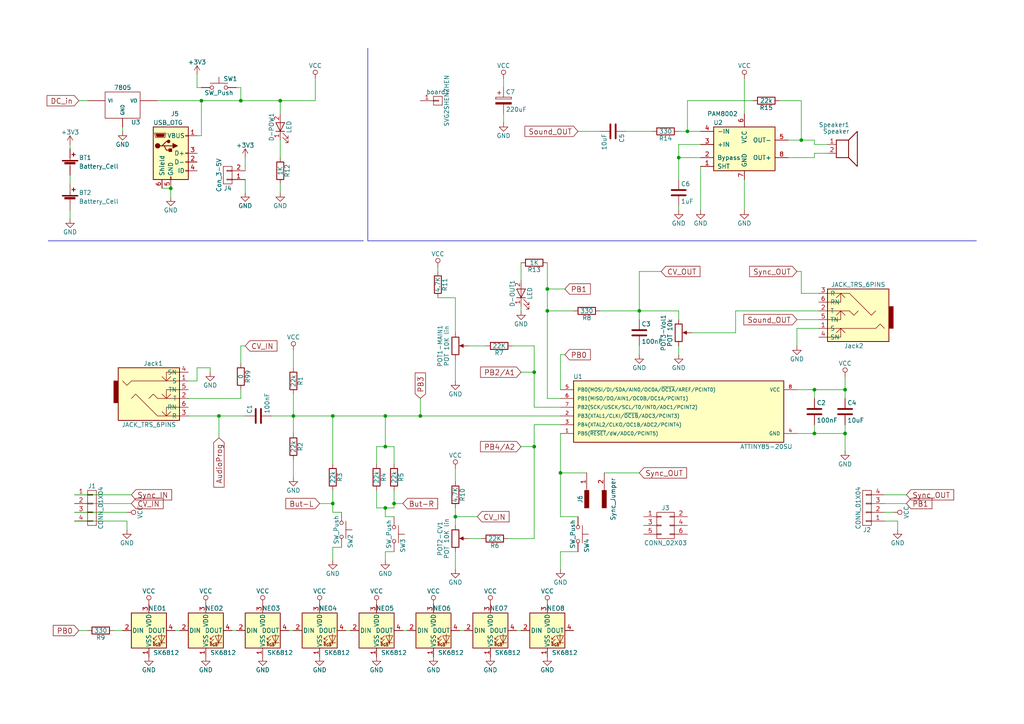
<source format=kicad_sch>
(kicad_sch (version 20230121) (generator eeschema)
  (paper "A4")
  (lib_symbols
    (symbol "MixtapeNEO-3000-rescue:+3V3" (power) (pin_names (offset 0))
      (property "Value" "+3V3" (at 0 3.556 0))
      (symbol "+3V3_1_1"
        (pin power_in line (at 0 0 90) (length 0) hide (name "+3V3") (number "1"))
      )
    )
    (symbol "MixtapeNEO-3000-rescue:7805" (pin_numbers hide) (pin_names (offset 0.762))
      (property "Reference" "U" (at 3.81 -4.9784 0))
      (property "Value" "7805" (at 0 5.08 0))
      (symbol "7805_1_1"
        (pin input line (at 0 -6.35 90) (length 2.54) (name "GND") (number "GND"))
        (pin input line (at -10.16 1.27 0) (length 5.08) (name "VI") (number "VI"))
        (pin power_out line (at 10.16 1.27 180) (length 5.08) (name "VO") (number "VO"))
      )
    )
    (symbol "MixtapeNEO-3000-rescue:ATTINY85-20SU" (pin_names (offset 1.016))
      (property "Reference" "U" (at -29.21 10.16 0))
      (property "Value" "ATTINY85-20SU" (at 25.4 -10.16 0))
      (symbol "ATTINY85-20SU_1_1"
        (pin bidirectional line (at -34.29 -6.35 0) (length 3.81) (name "PB5(~{RESET}/dW/ADC0/PCINT5)") (number "1"))
        (pin bidirectional line (at -34.29 -1.27 0) (length 3.81) (name "PB3(XTAL1/CLKI/~{OC1B}/ADC3/PCINT3)") (number "2"))
        (pin bidirectional line (at -34.29 -3.81 0) (length 3.81) (name "PB4(XTAL2/CLKO/OC1B/ADC2/PCINT4)") (number "3"))
        (pin power_in line (at 34.29 -6.35 180) (length 3.81) (name "GND") (number "4"))
        (pin bidirectional line (at -34.29 6.35 0) (length 3.81) (name "PB0(MOSI/DI/SDA/AIN0/OC0A/~{OC1A}/AREF/PCINT0)") (number "5"))
        (pin bidirectional line (at -34.29 3.81 0) (length 3.81) (name "PB1(MISO/DO/AIN1/OC0B/OC1A/PCINT1)") (number "6"))
        (pin bidirectional line (at -34.29 1.27 0) (length 3.81) (name "PB2(SCK/USCK/SCL/T0/INT0/ADC1/PCINT2)") (number "7"))
        (pin power_in line (at 34.29 6.35 180) (length 3.81) (name "VCC") (number "8"))
      )
    )
    (symbol "MixtapeNEO-3000-rescue:Battery_Cell" (pin_numbers hide) (pin_names (offset 0) hide)
      (property "Reference" "BT" (at 2.54 2.54 0))
      (property "Value" "Battery_Cell" (at 2.54 0 0))
      (symbol "Battery_Cell_1_1"
        (pin passive line (at 0 5.08 270) (length 2.54) (name "+") (number "1"))
        (pin passive line (at 0 -2.54 90) (length 2.54) (name "-") (number "2"))
      )
    )
    (symbol "MixtapeNEO-3000-rescue:C" (pin_numbers hide) (pin_names (offset 0.254))
      (property "Reference" "C" (at 0.635 2.54 0))
      (property "Value" "C" (at 0.635 -2.54 0))
      (symbol "C_1_1"
        (pin passive line (at 0 3.81 270) (length 2.794) (name "~") (number "1"))
        (pin passive line (at 0 -3.81 90) (length 2.794) (name "~") (number "2"))
      )
    )
    (symbol "MixtapeNEO-3000-rescue:CONN_01X01" (pin_names (offset 1.016) hide)
      (property "Reference" "J" (at 0 2.54 0))
      (property "Value" "CONN_01X01" (at 2.54 0 90))
      (symbol "CONN_01X01_1_1"
        (pin passive line (at -5.08 0 0) (length 3.81) (name "P1") (number "1"))
      )
    )
    (symbol "MixtapeNEO-3000-rescue:CONN_01X02" (pin_names (offset 1.016) hide)
      (property "Reference" "J" (at 0 3.81 0))
      (property "Value" "CONN_01X02" (at 2.54 0 90))
      (symbol "CONN_01X02_1_1"
        (pin passive line (at -5.08 1.27 0) (length 3.81) (name "P1") (number "1"))
        (pin passive line (at -5.08 -1.27 0) (length 3.81) (name "P2") (number "2"))
      )
    )
    (symbol "MixtapeNEO-3000-rescue:CONN_01X02_MALE" (pin_names (offset 1.016) hide)
      (property "Reference" "J" (at 0 4.445 0))
      (property "Value" "CONN_01X02_MALE" (at 0 -5.08 0))
      (symbol "CONN_01X02_MALE_1_1"
        (pin passive line (at 7.62 2.54 180) (length 5.08) (name "1") (number "1"))
        (pin passive line (at 7.62 -2.54 180) (length 5.08) (name "2") (number "2"))
      )
    )
    (symbol "MixtapeNEO-3000-rescue:CONN_01X04" (pin_names (offset 1.016) hide)
      (property "Reference" "J" (at 0 6.35 0))
      (property "Value" "CONN_01X04" (at 2.54 0 90))
      (symbol "CONN_01X04_1_1"
        (pin passive line (at -5.08 3.81 0) (length 3.81) (name "P1") (number "1"))
        (pin passive line (at -5.08 1.27 0) (length 3.81) (name "P2") (number "2"))
        (pin passive line (at -5.08 -1.27 0) (length 3.81) (name "P3") (number "3"))
        (pin passive line (at -5.08 -3.81 0) (length 3.81) (name "P4") (number "4"))
      )
    )
    (symbol "MixtapeNEO-3000-rescue:CONN_02X03" (pin_names (offset 0.0254) hide)
      (property "Reference" "J" (at 0 5.08 0))
      (property "Value" "CONN_02X03" (at 0 -5.08 0))
      (symbol "CONN_02X03_1_1"
        (pin passive line (at -6.35 2.54 0) (length 3.81) (name "P1") (number "1"))
        (pin passive line (at 6.35 2.54 180) (length 3.81) (name "P2") (number "2"))
        (pin passive line (at -6.35 0 0) (length 3.81) (name "P3") (number "3"))
        (pin passive line (at 6.35 0 180) (length 3.81) (name "P4") (number "4"))
        (pin passive line (at -6.35 -2.54 0) (length 3.81) (name "P5") (number "5"))
        (pin passive line (at 6.35 -2.54 180) (length 3.81) (name "P6") (number "6"))
      )
    )
    (symbol "MixtapeNEO-3000-rescue:CP" (pin_numbers hide) (pin_names (offset 0.254))
      (property "Reference" "C" (at 0.635 2.54 0))
      (property "Value" "CP" (at 0.635 -2.54 0))
      (symbol "CP_1_1"
        (pin passive line (at 0 3.81 270) (length 2.794) (name "~") (number "1"))
        (pin passive line (at 0 -3.81 90) (length 2.794) (name "~") (number "2"))
      )
    )
    (symbol "MixtapeNEO-3000-rescue:GND" (power) (pin_names (offset 0))
      (property "Value" "GND" (at 0 -3.81 0))
      (symbol "GND_1_1"
        (pin power_in line (at 0 0 270) (length 0) hide (name "GND") (number "1"))
      )
    )
    (symbol "MixtapeNEO-3000-rescue:JACK_TRS_6PINS" (pin_names (offset 0.762))
      (property "Reference" "J" (at 0 10.16 0))
      (property "Value" "JACK_TRS_6PINS" (at -1.27 -7.62 0))
      (symbol "JACK_TRS_6PINS_1_1"
        (pin passive line (at 10.16 5.08 180) (length 2.54) (name "S") (number "1"))
        (pin passive line (at 10.16 0 180) (length 2.54) (name "T") (number "2"))
        (pin passive line (at 10.16 -5.08 180) (length 2.54) (name "R") (number "3"))
        (pin passive line (at 10.16 7.62 180) (length 2.54) (name "SN") (number "4"))
        (pin passive line (at 10.16 2.54 180) (length 2.54) (name "TN") (number "5"))
        (pin passive line (at 10.16 -2.54 180) (length 2.54) (name "RN") (number "6"))
      )
    )
    (symbol "MixtapeNEO-3000-rescue:LED" (pin_names (offset 1.016) hide)
      (property "Reference" "D" (at 0 2.54 0))
      (property "Value" "LED" (at 0 -2.54 0))
      (symbol "LED_1_1"
        (pin passive line (at -3.81 0 0) (length 2.54) (name "K") (number "1"))
        (pin passive line (at 3.81 0 180) (length 2.54) (name "A") (number "2"))
      )
    )
    (symbol "MixtapeNEO-3000-rescue:PAM8002" (pin_names (offset 1.016))
      (property "Reference" "U" (at -7.62 7.62 0))
      (property "Value" "PAM8002" (at -6.35 10.16 0))
      (symbol "PAM8002_1_1"
        (pin passive line (at -12.7 -5.08 0) (length 3.81) (name "SHT") (number "1"))
        (pin input line (at -12.7 -2.54 0) (length 3.81) (name "Bypass") (number "2"))
        (pin input line (at -12.7 1.27 0) (length 3.81) (name "+IN") (number "3"))
        (pin input line (at -12.7 5.08 0) (length 3.81) (name "-IN") (number "4"))
        (pin output line (at 12.7 2.54 180) (length 3.81) (name "OUT-") (number "5"))
        (pin power_in line (at 0 10.16 270) (length 3.81) (name "VCC") (number "6"))
        (pin power_in line (at 0 -8.89 90) (length 2.54) (name "GND") (number "7"))
        (pin output line (at 12.7 -2.54 180) (length 3.81) (name "OUT+") (number "8"))
      )
    )
    (symbol "MixtapeNEO-3000-rescue:POT" (pin_numbers hide) (pin_names (offset 1.016) hide)
      (property "Reference" "RV" (at -4.445 0 90))
      (property "Value" "POT" (at -2.54 0 90))
      (symbol "POT_1_1"
        (pin passive line (at 0 3.81 270) (length 1.27) (name "1") (number "1"))
        (pin passive line (at 3.81 0 180) (length 1.27) (name "2") (number "2"))
        (pin passive line (at 0 -3.81 90) (length 1.27) (name "3") (number "3"))
      )
    )
    (symbol "MixtapeNEO-3000-rescue:R" (pin_numbers hide) (pin_names (offset 0))
      (property "Reference" "R" (at 2.032 0 90))
      (property "Value" "R" (at 0 0 90))
      (symbol "R_1_1"
        (pin passive line (at 0 3.81 270) (length 1.27) (name "~") (number "1"))
        (pin passive line (at 0 -3.81 90) (length 1.27) (name "~") (number "2"))
      )
    )
    (symbol "MixtapeNEO-3000-rescue:SK6812" (pin_names (offset 0.254))
      (property "Reference" "D" (at 5.08 5.715 0))
      (property "Value" "SK6812" (at 1.27 -5.715 0))
      (symbol "SK6812_0_0"
        (text "RGB" (at 2.286 -4.191 0) (effects (font (size 0.762 0.762))))
      )
      (symbol "SK6812_1_1"
        (pin power_in line (at 0 -7.62 90) (length 2.54) (name "VSS") (number "1"))
        (pin input line (at -7.62 0 0) (length 2.54) (name "DIN") (number "2"))
        (pin power_in line (at 0 7.62 270) (length 2.54) (name "VDD") (number "3"))
        (pin output line (at 7.62 0 180) (length 2.54) (name "DOUT") (number "4"))
      )
    )
    (symbol "MixtapeNEO-3000-rescue:SW_Push" (pin_numbers hide) (pin_names (offset 1.016) hide)
      (property "Reference" "SW" (at 1.27 2.54 0))
      (property "Value" "SW_Push" (at 0 -1.524 0))
      (symbol "SW_Push_0_1"
        (pin passive line (at -5.08 0 0) (length 2.54) (name "1") (number "1"))
        (pin passive line (at 5.08 0 180) (length 2.54) (name "2") (number "2"))
      )
    )
    (symbol "MixtapeNEO-3000-rescue:Speaker" (pin_names (offset 0) hide)
      (property "Reference" "LS" (at 1.27 5.715 0))
      (property "Value" "Speaker" (at 1.27 3.81 0))
      (symbol "Speaker_1_1"
        (pin input line (at -5.08 0 0) (length 2.54) (name "1") (number "1"))
        (pin input line (at -5.08 -2.54 0) (length 2.54) (name "2") (number "2"))
      )
    )
    (symbol "MixtapeNEO-3000-rescue:USB_OTG" (pin_names (offset 1.016))
      (property "Reference" "J" (at -5.08 11.43 0))
      (property "Value" "USB_OTG" (at -5.08 8.89 0))
      (symbol "USB_OTG_1_1"
        (pin power_in line (at 7.62 5.08 180) (length 2.54) (name "VBUS") (number "1"))
        (pin passive line (at 7.62 -2.54 180) (length 2.54) (name "D-") (number "2"))
        (pin passive line (at 7.62 0 180) (length 2.54) (name "D+") (number "3"))
        (pin passive line (at 7.62 -5.08 180) (length 2.54) (name "ID") (number "4"))
        (pin power_in line (at 0 -10.16 90) (length 2.54) (name "GND") (number "5"))
        (pin passive line (at -2.54 -10.16 90) (length 2.54) (name "Shield") (number "6"))
      )
    )
    (symbol "MixtapeNEO-3000-rescue:VCC" (power) (pin_names (offset 0))
      (property "Value" "VCC" (at 0 3.81 0))
      (symbol "VCC_1_1"
        (pin power_in line (at 0 0 90) (length 0) hide (name "VCC") (number "1"))
      )
    )
  )
  (junction (at 81.28 29.21))
  (junction (at 111.76 129.54))
  (junction (at 196.85 45.72))
  (junction (at 58.42 29.21))
  (junction (at 236.22 125.73))
  (junction (at 199.39 38.1))
  (junction (at 162.56 137.16))
  (junction (at 245.11 125.73))
  (junction (at 158.75 83.82))
  (junction (at 245.11 113.03))
  (junction (at 63.5 120.65))
  (junction (at 111.76 120.65))
  (junction (at 96.52 146.05))
  (junction (at 154.94 129.54))
  (junction (at 111.76 147.32))
  (junction (at 69.85 29.21))
  (junction (at 114.3 146.05))
  (junction (at 96.52 120.65))
  (junction (at 85.09 120.65))
  (junction (at 236.22 113.03))
  (junction (at 232.41 40.64))
  (junction (at 154.94 107.95))
  (junction (at 121.92 120.65))
  (junction (at 132.08 149.86))
  (junction (at 49.53 54.61))
  (junction (at 158.75 90.17))
  (junction (at 185.42 90.17))
  (wire (pts (xy 196.85 90.17) (xy 196.85 92.71)))
  (wire (pts (xy 189.23 38.1) (xy 181.61 38.1)))
  (wire (pts (xy 213.36 96.52) (xy 213.36 90.17)))
  (wire (pts (xy 57.15 110.49) (xy 57.15 106.68)))
  (wire (pts (xy 58.42 29.21) (xy 69.85 29.21)))
  (wire (pts (xy 111.76 149.86) (xy 114.3 149.86)))
  (wire (pts (xy 163.83 83.82) (xy 158.75 83.82)))
  (wire (pts (xy 151.13 182.88) (xy 149.86 182.88)))
  (wire (pts (xy 116.84 146.05) (xy 114.3 146.05)))
  (wire (pts (xy 109.22 142.24) (xy 109.22 147.32)))
  (wire (pts (xy 236.22 41.91) (xy 236.22 40.64)))
  (wire (pts (xy 185.42 78.74) (xy 191.77 78.74)))
  (wire (pts (xy 111.76 160.02) (xy 111.76 162.56)))
  (wire (pts (xy 69.85 29.21) (xy 81.28 29.21)))
  (wire (pts (xy 151.13 76.2) (xy 151.13 81.28)))
  (wire (pts (xy 121.92 120.65) (xy 162.56 120.65)))
  (wire (pts (xy 49.53 54.61) (xy 49.53 57.15)))
  (polyline (pts (xy 106.68 13.97) (xy 106.68 69.85)))
  (wire (pts (xy 111.76 147.32) (xy 114.3 147.32)))
  (wire (pts (xy 69.85 100.33) (xy 69.85 105.41)))
  (wire (pts (xy 127 77.47) (xy 127 78.74)))
  (wire (pts (xy 52.07 182.88) (xy 50.8 182.88)))
  (wire (pts (xy 154.94 156.21) (xy 147.32 156.21)))
  (wire (pts (xy 109.22 147.32) (xy 111.76 147.32)))
  (wire (pts (xy 151.13 107.95) (xy 154.94 107.95)))
  (wire (pts (xy 96.52 120.65) (xy 111.76 120.65)))
  (wire (pts (xy 92.71 146.05) (xy 96.52 146.05)))
  (wire (pts (xy 231.14 125.73) (xy 236.22 125.73)))
  (wire (pts (xy 21.59 143.51) (xy 38.1 143.51)))
  (wire (pts (xy 228.6 40.64) (xy 232.41 40.64)))
  (wire (pts (xy 54.61 110.49) (xy 57.15 110.49)))
  (wire (pts (xy 256.54 148.59) (xy 259.08 148.59)))
  (wire (pts (xy 162.56 149.86) (xy 167.64 149.86)))
  (wire (pts (xy 114.3 146.05) (xy 114.3 142.24)))
  (wire (pts (xy 228.6 45.72) (xy 236.22 45.72)))
  (wire (pts (xy 203.2 41.91) (xy 196.85 41.91)))
  (wire (pts (xy 132.08 149.86) (xy 132.08 152.4)))
  (wire (pts (xy 203.2 45.72) (xy 196.85 45.72)))
  (wire (pts (xy 240.03 41.91) (xy 236.22 41.91)))
  (wire (pts (xy 135.89 156.21) (xy 139.7 156.21)))
  (wire (pts (xy 54.61 120.65) (xy 63.5 120.65)))
  (wire (pts (xy 58.42 39.37) (xy 58.42 29.21)))
  (wire (pts (xy 154.94 123.19) (xy 162.56 123.19)))
  (wire (pts (xy 148.59 100.33) (xy 154.94 100.33)))
  (wire (pts (xy 85.09 120.65) (xy 96.52 120.65)))
  (wire (pts (xy 111.76 129.54) (xy 111.76 120.65)))
  (wire (pts (xy 236.22 113.03) (xy 245.11 113.03)))
  (wire (pts (xy 151.13 129.54) (xy 154.94 129.54)))
  (wire (pts (xy 162.56 160.02) (xy 162.56 165.1)))
  (wire (pts (xy 162.56 125.73) (xy 162.56 137.16)))
  (wire (pts (xy 134.62 182.88) (xy 133.35 182.88)))
  (wire (pts (xy 154.94 129.54) (xy 154.94 156.21)))
  (wire (pts (xy 162.56 137.16) (xy 170.18 137.16)))
  (wire (pts (xy 256.54 151.13) (xy 260.35 151.13)))
  (wire (pts (xy 57.15 106.68) (xy 60.96 106.68)))
  (wire (pts (xy 154.94 107.95) (xy 154.94 118.11)))
  (wire (pts (xy 232.41 29.21) (xy 232.41 40.64)))
  (wire (pts (xy 196.85 59.69) (xy 196.85 60.96)))
  (wire (pts (xy 101.6 182.88) (xy 100.33 182.88)))
  (wire (pts (xy 109.22 129.54) (xy 109.22 134.62)))
  (wire (pts (xy 245.11 123.19) (xy 245.11 125.73)))
  (wire (pts (xy 262.89 146.05) (xy 256.54 146.05)))
  (wire (pts (xy 35.56 182.88) (xy 33.02 182.88)))
  (wire (pts (xy 231.14 95.25) (xy 237.49 95.25)))
  (wire (pts (xy 262.89 143.51) (xy 256.54 143.51)))
  (wire (pts (xy 236.22 125.73) (xy 245.11 125.73)))
  (wire (pts (xy 21.59 146.05) (xy 38.1 146.05)))
  (wire (pts (xy 185.42 90.17) (xy 196.85 90.17)))
  (wire (pts (xy 232.41 40.64) (xy 236.22 40.64)))
  (wire (pts (xy 232.41 85.09) (xy 237.49 85.09)))
  (wire (pts (xy 81.28 29.21) (xy 81.28 33.02)))
  (wire (pts (xy 96.52 142.24) (xy 96.52 146.05)))
  (wire (pts (xy 96.52 158.75) (xy 96.52 162.56)))
  (wire (pts (xy 232.41 78.74) (xy 232.41 85.09)))
  (wire (pts (xy 60.96 106.68) (xy 60.96 107.95)))
  (wire (pts (xy 114.3 129.54) (xy 114.3 134.62)))
  (wire (pts (xy 22.86 29.21) (xy 25.4 29.21)))
  (wire (pts (xy 162.56 137.16) (xy 162.56 149.86)))
  (wire (pts (xy 231.14 113.03) (xy 236.22 113.03)))
  (wire (pts (xy 236.22 45.72) (xy 236.22 44.45)))
  (wire (pts (xy 245.11 125.73) (xy 245.11 130.81)))
  (wire (pts (xy 21.59 151.13) (xy 36.83 151.13)))
  (wire (pts (xy 260.35 151.13) (xy 260.35 153.67)))
  (wire (pts (xy 54.61 115.57) (xy 69.85 115.57)))
  (polyline (pts (xy 106.68 69.85) (xy 283.21 69.85)))
  (wire (pts (xy 154.94 100.33) (xy 154.94 107.95)))
  (wire (pts (xy 215.9 22.86) (xy 215.9 33.02)))
  (wire (pts (xy 22.86 182.88) (xy 25.4 182.88)))
  (wire (pts (xy 35.56 36.83) (xy 35.56 38.1)))
  (wire (pts (xy 218.44 29.21) (xy 199.39 29.21)))
  (wire (pts (xy 199.39 29.21) (xy 199.39 38.1)))
  (wire (pts (xy 20.32 41.91) (xy 20.32 43.18)))
  (wire (pts (xy 36.83 151.13) (xy 36.83 153.67)))
  (wire (pts (xy 20.32 50.8) (xy 20.32 53.34)))
  (wire (pts (xy 231.14 95.25) (xy 231.14 100.33)))
  (wire (pts (xy 158.75 90.17) (xy 166.37 90.17)))
  (wire (pts (xy 236.22 125.73) (xy 236.22 123.19)))
  (wire (pts (xy 111.76 129.54) (xy 114.3 129.54)))
  (wire (pts (xy 151.13 88.9) (xy 151.13 90.17)))
  (wire (pts (xy 49.53 54.61) (xy 46.99 54.61)))
  (wire (pts (xy 96.52 146.05) (xy 96.52 148.59)))
  (wire (pts (xy 85.09 120.65) (xy 85.09 125.73)))
  (wire (pts (xy 78.74 120.65) (xy 85.09 120.65)))
  (polyline (pts (xy 105.41 69.85) (xy 13.97 69.85)))
  (wire (pts (xy 132.08 135.89) (xy 132.08 139.7)))
  (wire (pts (xy 132.08 86.36) (xy 132.08 96.52)))
  (wire (pts (xy 237.49 92.71) (xy 231.14 92.71)))
  (wire (pts (xy 85.09 133.35) (xy 85.09 138.43)))
  (wire (pts (xy 135.89 100.33) (xy 140.97 100.33)))
  (wire (pts (xy 57.15 25.4) (xy 58.42 25.4)))
  (wire (pts (xy 71.12 100.33) (xy 69.85 100.33)))
  (wire (pts (xy 175.26 137.16) (xy 185.42 137.16)))
  (wire (pts (xy 121.92 115.57) (xy 121.92 120.65)))
  (wire (pts (xy 132.08 147.32) (xy 132.08 149.86)))
  (wire (pts (xy 111.76 120.65) (xy 121.92 120.65)))
  (wire (pts (xy 81.28 53.34) (xy 81.28 55.88)))
  (wire (pts (xy 63.5 127) (xy 63.5 120.65)))
  (wire (pts (xy 199.39 38.1) (xy 203.2 38.1)))
  (wire (pts (xy 57.15 21.59) (xy 57.15 25.4)))
  (wire (pts (xy 127 86.36) (xy 132.08 86.36)))
  (wire (pts (xy 99.06 158.75) (xy 96.52 158.75)))
  (wire (pts (xy 63.5 120.65) (xy 71.12 120.65)))
  (wire (pts (xy 203.2 48.26) (xy 203.2 60.96)))
  (wire (pts (xy 69.85 25.4) (xy 69.85 29.21)))
  (wire (pts (xy 118.11 182.88) (xy 116.84 182.88)))
  (wire (pts (xy 138.43 149.86) (xy 132.08 149.86)))
  (wire (pts (xy 185.42 78.74) (xy 185.42 90.17)))
  (wire (pts (xy 71.12 52.07) (xy 71.12 55.88)))
  (wire (pts (xy 20.32 60.96) (xy 20.32 63.5)))
  (wire (pts (xy 167.64 160.02) (xy 162.56 160.02)))
  (wire (pts (xy 21.59 148.59) (xy 36.83 148.59)))
  (wire (pts (xy 167.64 38.1) (xy 173.99 38.1)))
  (wire (pts (xy 226.06 29.21) (xy 232.41 29.21)))
  (wire (pts (xy 158.75 115.57) (xy 162.56 115.57)))
  (wire (pts (xy 96.52 148.59) (xy 99.06 148.59)))
  (wire (pts (xy 57.15 39.37) (xy 58.42 39.37)))
  (wire (pts (xy 114.3 147.32) (xy 114.3 146.05)))
  (wire (pts (xy 196.85 41.91) (xy 196.85 45.72)))
  (wire (pts (xy 132.08 160.02) (xy 132.08 165.1)))
  (wire (pts (xy 154.94 123.19) (xy 154.94 129.54)))
  (wire (pts (xy 231.14 78.74) (xy 232.41 78.74)))
  (wire (pts (xy 158.75 90.17) (xy 158.75 115.57)))
  (wire (pts (xy 68.58 182.88) (xy 67.31 182.88)))
  (wire (pts (xy 236.22 44.45) (xy 240.03 44.45)))
  (wire (pts (xy 185.42 100.33) (xy 185.42 102.87)))
  (wire (pts (xy 69.85 115.57) (xy 69.85 113.03)))
  (wire (pts (xy 215.9 52.07) (xy 215.9 60.96)))
  (wire (pts (xy 109.22 129.54) (xy 111.76 129.54)))
  (wire (pts (xy 162.56 113.03) (xy 162.56 102.87)))
  (wire (pts (xy 158.75 76.2) (xy 158.75 83.82)))
  (wire (pts (xy 200.66 96.52) (xy 213.36 96.52)))
  (wire (pts (xy 91.44 29.21) (xy 91.44 22.86)))
  (wire (pts (xy 132.08 104.14) (xy 132.08 110.49)))
  (wire (pts (xy 45.72 29.21) (xy 58.42 29.21)))
  (wire (pts (xy 154.94 118.11) (xy 162.56 118.11)))
  (wire (pts (xy 196.85 100.33) (xy 196.85 102.87)))
  (wire (pts (xy 85.09 101.6) (xy 85.09 106.68)))
  (wire (pts (xy 111.76 147.32) (xy 111.76 149.86)))
  (wire (pts (xy 146.05 33.02) (xy 146.05 35.56)))
  (wire (pts (xy 196.85 45.72) (xy 196.85 52.07)))
  (wire (pts (xy 146.05 22.86) (xy 146.05 25.4)))
  (wire (pts (xy 68.58 25.4) (xy 69.85 25.4)))
  (wire (pts (xy 114.3 160.02) (xy 111.76 160.02)))
  (wire (pts (xy 71.12 45.72) (xy 71.12 49.53)))
  (wire (pts (xy 81.28 40.64) (xy 81.28 45.72)))
  (wire (pts (xy 162.56 102.87) (xy 163.83 102.87)))
  (wire (pts (xy 213.36 90.17) (xy 237.49 90.17)))
  (wire (pts (xy 236.22 113.03) (xy 236.22 115.57)))
  (wire (pts (xy 196.85 38.1) (xy 199.39 38.1)))
  (wire (pts (xy 245.11 109.22) (xy 245.11 113.03)))
  (wire (pts (xy 85.09 114.3) (xy 85.09 120.65)))
  (wire (pts (xy 85.09 182.88) (xy 83.82 182.88)))
  (wire (pts (xy 173.99 90.17) (xy 185.42 90.17)))
  (wire (pts (xy 245.11 113.03) (xy 245.11 115.57)))
  (wire (pts (xy 81.28 29.21) (xy 91.44 29.21)))
  (wire (pts (xy 158.75 83.82) (xy 158.75 90.17)))
  (wire (pts (xy 96.52 134.62) (xy 96.52 120.65)))
  (wire (pts (xy 185.42 90.17) (xy 185.42 92.71)))
  (global_label "DC_in" (shape input) (at 22.86 29.21 180) (effects (font (size 1.524 1.524))) (property "Intersheetrefs" "${INTERSHEET_REFS}" (effects hide)))
  (global_label "Sync_OUT" (shape input) (at 262.89 143.51 0) (effects (font (size 1.524 1.524))) (property "Intersheetrefs" "${INTERSHEET_REFS}" (effects hide)))
  (global_label "PB1" (shape input) (at 262.89 146.05 0) (effects (font (size 1.524 1.524))) (property "Intersheetrefs" "${INTERSHEET_REFS}" (effects hide)))
  (global_label "Sound_OUT" (shape input) (at 231.14 92.71 180) (effects (font (size 1.524 1.524))) (property "Intersheetrefs" "${INTERSHEET_REFS}" (effects hide)))
  (global_label "Sound_OUT" (shape input) (at 167.64 38.1 180) (effects (font (size 1.524 1.524))) (property "Intersheetrefs" "${INTERSHEET_REFS}" (effects hide)))
  (global_label "CV_IN" (shape input) (at 38.1 146.05 0) (effects (font (size 1.524 1.524))) (property "Intersheetrefs" "${INTERSHEET_REFS}" (effects hide)))
  (global_label "AudioProg" (shape input) (at 63.5 127 270) (effects (font (size 1.524 1.524))) (property "Intersheetrefs" "${INTERSHEET_REFS}" (effects hide)))
  (global_label "PB1" (shape input) (at 163.83 83.82 0) (effects (font (size 1.524 1.524))) (property "Intersheetrefs" "${INTERSHEET_REFS}" (effects hide)))
  (global_label "But-R" (shape input) (at 116.84 146.05 0) (effects (font (size 1.524 1.524))) (property "Intersheetrefs" "${INTERSHEET_REFS}" (effects hide)))
  (global_label "But-L" (shape input) (at 92.71 146.05 180) (effects (font (size 1.524 1.524))) (property "Intersheetrefs" "${INTERSHEET_REFS}" (effects hide)))
  (global_label "CV_IN" (shape input) (at 138.43 149.86 0) (effects (font (size 1.524 1.524))) (property "Intersheetrefs" "${INTERSHEET_REFS}" (effects hide)))
  (global_label "PB3" (shape input) (at 121.92 115.57 90) (effects (font (size 1.524 1.524))) (property "Intersheetrefs" "${INTERSHEET_REFS}" (effects hide)))
  (global_label "PB2/A1" (shape input) (at 151.13 107.95 180) (effects (font (size 1.524 1.524))) (property "Intersheetrefs" "${INTERSHEET_REFS}" (effects hide)))
  (global_label "CV_OUT" (shape input) (at 191.77 78.74 0) (effects (font (size 1.524 1.524))) (property "Intersheetrefs" "${INTERSHEET_REFS}" (effects hide)))
  (global_label "PB0" (shape input) (at 163.83 102.87 0) (effects (font (size 1.524 1.524))) (property "Intersheetrefs" "${INTERSHEET_REFS}" (effects hide)))
  (global_label "PB4/A2" (shape input) (at 151.13 129.54 180) (effects (font (size 1.524 1.524))) (property "Intersheetrefs" "${INTERSHEET_REFS}" (effects hide)))
  (global_label "Sync_OUT" (shape input) (at 231.14 78.74 180) (effects (font (size 1.524 1.524))) (property "Intersheetrefs" "${INTERSHEET_REFS}" (effects hide)))
  (global_label "Sync_OUT" (shape input) (at 185.42 137.16 0) (effects (font (size 1.524 1.524))) (property "Intersheetrefs" "${INTERSHEET_REFS}" (effects hide)))
  (global_label "CV_IN" (shape input) (at 71.12 100.33 0) (effects (font (size 1.524 1.524))) (property "Intersheetrefs" "${INTERSHEET_REFS}" (effects hide)))
  (global_label "Sync_IN" (shape input) (at 38.1 143.51 0) (effects (font (size 1.524 1.524))) (property "Intersheetrefs" "${INTERSHEET_REFS}" (effects hide)))
  (global_label "PB0" (shape input) (at 22.86 182.88 180) (effects (font (size 1.524 1.524))) (property "Intersheetrefs" "${INTERSHEET_REFS}" (effects hide)))
  (symbol (lib_id "MixtapeNEO-3000-rescue:POT") (at 132.08 156.21 0) (unit 1)
    (property "Reference" "POT2-CV1" (at 127.635 156.21 90))
    (property "Value" "POT 10K lin" (at 129.54 156.21 90))
    (property "Footprint" "8Bitmixtape_reworked:Potentiometer_backPads_noHole" (effects hide))
  )
  (symbol (lib_id "MixtapeNEO-3000-rescue:POT") (at 132.08 100.33 0) (unit 1)
    (property "Reference" "POT1-MAIN1" (at 127.635 100.33 90))
    (property "Value" "POT 10K lin" (at 129.54 100.33 90))
    (property "Footprint" "8Bitmixtape_reworked:Potentiometer_backPads_noHole" (effects hide))
  )
  (symbol (lib_id "MixtapeNEO-3000-rescue:POT") (at 196.85 96.52 0) (unit 1)
    (property "Reference" "POT3-Vol1" (at 192.405 96.52 90))
    (property "Value" "POT 10k" (at 194.31 96.52 90))
    (property "Footprint" "8Bitmixtape_reworked:Potentiometer_wheel" (effects hide))
  )
  (symbol (lib_id "MixtapeNEO-3000-rescue:JACK_TRS_6PINS") (at 247.65 90.17 180) (unit 1)
    (property "Reference" "Jack2" (at 247.65 100.33 0))
    (property "Value" "JACK_TRS_6PINS" (at 248.92 82.55 0))
    (property "Footprint" "8Bitmixtape_reworked:AUDIO-Jack_3.5mm_5Pin" (effects hide))
  )
  (symbol (lib_id "MixtapeNEO-3000-rescue:JACK_TRS_6PINS") (at 44.45 115.57 0) (unit 1)
    (property "Reference" "Jack1" (at 44.45 105.41 0))
    (property "Value" "JACK_TRS_6PINS" (at 43.18 123.19 0))
    (property "Footprint" "8Bitmixtape_reworked:AUDIO-Jack_3.5mm_5Pin" (effects hide))
  )
  (symbol (lib_id "MixtapeNEO-3000-rescue:R") (at 127 82.55 0) (unit 1)
    (property "Reference" "R11" (at 129.032 82.55 90))
    (property "Value" "4.7K" (at 127 82.55 90))
    (property "Footprint" "8Bitmixtape_reworked:R_1206_HandSoldering" (effects hide))
  )
  (symbol (lib_id "MixtapeNEO-3000-rescue:R") (at 132.08 143.51 0) (unit 1)
    (property "Reference" "R10" (at 134.112 143.51 90))
    (property "Value" "4.7K" (at 132.08 143.51 90))
    (property "Footprint" "8Bitmixtape_reworked:R_1206_HandSoldering" (effects hide))
  )
  (symbol (lib_id "MixtapeNEO-3000-rescue:C") (at 74.93 120.65 90) (unit 1)
    (property "Reference" "C1" (at 72.39 120.015 0) (effects (justify left)))
    (property "Value" "100nF" (at 77.47 120.015 0) (effects (justify left)))
    (property "Footprint" "8Bitmixtape_reworked:C_1206_HandSoldering" (effects hide))
  )
  (symbol (lib_id "MixtapeNEO-3000-rescue:C") (at 236.22 119.38 0) (unit 1)
    (property "Reference" "C2" (at 236.855 116.84 0) (effects (justify left)))
    (property "Value" "100nF" (at 236.855 121.92 0) (effects (justify left)))
    (property "Footprint" "8Bitmixtape_reworked:C_1206_HandSoldering" (effects hide))
  )
  (symbol (lib_id "MixtapeNEO-3000-rescue:C") (at 185.42 96.52 0) (unit 1)
    (property "Reference" "C3" (at 186.055 93.98 0) (effects (justify left)))
    (property "Value" "100nF" (at 186.055 99.06 0) (effects (justify left)))
    (property "Footprint" "8Bitmixtape_reworked:C_1206_HandSoldering" (effects hide))
  )
  (symbol (lib_id "MixtapeNEO-3000-rescue:GND") (at 132.08 110.49 0) (unit 1)
    (property "Reference" "#PWR01" (effects hide))
    (property "Value" "GND" (at 132.08 114.3 0))
  )
  (symbol (lib_id "MixtapeNEO-3000-rescue:VCC") (at 127 77.47 0) (unit 1)
    (property "Reference" "#PWR02" (effects hide))
    (property "Value" "VCC" (at 127 73.66 0))
  )
  (symbol (lib_id "MixtapeNEO-3000-rescue:VCC") (at 132.08 135.89 0) (unit 1)
    (property "Reference" "#PWR03" (effects hide))
    (property "Value" "VCC" (at 132.08 132.08 0))
  )
  (symbol (lib_id "MixtapeNEO-3000-rescue:R") (at 144.78 100.33 270) (unit 1)
    (property "Reference" "R7" (at 144.78 102.362 90))
    (property "Value" "22K" (at 144.78 100.33 90))
    (property "Footprint" "8Bitmixtape_reworked:R_1206_HandSoldering" (effects hide))
  )
  (symbol (lib_id "MixtapeNEO-3000-rescue:R") (at 143.51 156.21 270) (unit 1)
    (property "Reference" "R6" (at 143.51 158.242 90))
    (property "Value" "22K" (at 143.51 156.21 90))
    (property "Footprint" "8Bitmixtape_reworked:R_1206_HandSoldering" (effects hide))
  )
  (symbol (lib_id "MixtapeNEO-3000-rescue:R") (at 85.09 110.49 0) (unit 1)
    (property "Reference" "R1" (at 87.122 110.49 90))
    (property "Value" "22k" (at 85.09 110.49 90))
    (property "Footprint" "8Bitmixtape_reworked:R_1206_HandSoldering" (effects hide))
  )
  (symbol (lib_id "MixtapeNEO-3000-rescue:R") (at 85.09 129.54 0) (unit 1)
    (property "Reference" "R2" (at 87.122 129.54 90))
    (property "Value" "22k" (at 85.09 129.54 90))
    (property "Footprint" "8Bitmixtape_reworked:R_1206_HandSoldering" (effects hide))
  )
  (symbol (lib_id "MixtapeNEO-3000-rescue:GND") (at 85.09 138.43 0) (unit 1)
    (property "Reference" "#PWR04" (effects hide))
    (property "Value" "GND" (at 85.09 142.24 0))
  )
  (symbol (lib_id "MixtapeNEO-3000-rescue:VCC") (at 85.09 101.6 0) (unit 1)
    (property "Reference" "#PWR05" (effects hide))
    (property "Value" "VCC" (at 85.09 97.79 0))
  )
  (symbol (lib_id "MixtapeNEO-3000-rescue:GND") (at 132.08 165.1 0) (unit 1)
    (property "Reference" "#PWR06" (effects hide))
    (property "Value" "GND" (at 132.08 168.91 0))
  )
  (symbol (lib_id "MixtapeNEO-3000-rescue:R") (at 96.52 138.43 0) (unit 1)
    (property "Reference" "R3" (at 98.552 138.43 90))
    (property "Value" "22k" (at 96.52 138.43 90))
    (property "Footprint" "8Bitmixtape_reworked:R_1206_HandSoldering" (effects hide))
  )
  (symbol (lib_id "MixtapeNEO-3000-rescue:R") (at 109.22 138.43 0) (unit 1)
    (property "Reference" "R4" (at 111.252 138.43 90))
    (property "Value" "22k" (at 109.22 138.43 90))
    (property "Footprint" "8Bitmixtape_reworked:R_1206_HandSoldering" (effects hide))
  )
  (symbol (lib_id "MixtapeNEO-3000-rescue:R") (at 114.3 138.43 0) (unit 1)
    (property "Reference" "R5" (at 116.332 138.43 90))
    (property "Value" "22k" (at 114.3 138.43 90))
    (property "Footprint" "8Bitmixtape_reworked:R_1206_HandSoldering" (effects hide))
  )
  (symbol (lib_id "MixtapeNEO-3000-rescue:GND") (at 111.76 162.56 0) (unit 1)
    (property "Reference" "#PWR07" (effects hide))
    (property "Value" "GND" (at 111.76 166.37 0))
  )
  (symbol (lib_id "MixtapeNEO-3000-rescue:GND") (at 96.52 162.56 0) (unit 1)
    (property "Reference" "#PWR08" (effects hide))
    (property "Value" "GND" (at 96.52 166.37 0))
  )
  (symbol (lib_id "MixtapeNEO-3000-rescue:R") (at 170.18 90.17 270) (unit 1)
    (property "Reference" "R8" (at 170.18 92.202 90))
    (property "Value" "330" (at 170.18 90.17 90))
    (property "Footprint" "8Bitmixtape_reworked:R_1206_HandSoldering" (effects hide))
  )
  (symbol (lib_id "MixtapeNEO-3000-rescue:GND") (at 185.42 102.87 0) (unit 1)
    (property "Reference" "#PWR09" (effects hide))
    (property "Value" "GND" (at 185.42 106.68 0))
  )
  (symbol (lib_id "MixtapeNEO-3000-rescue:GND") (at 196.85 102.87 0) (unit 1)
    (property "Reference" "#PWR010" (effects hide))
    (property "Value" "GND" (at 196.85 106.68 0))
  )
  (symbol (lib_id "MixtapeNEO-3000-rescue:GND") (at 231.14 100.33 0) (unit 1)
    (property "Reference" "#PWR011" (effects hide))
    (property "Value" "GND" (at 231.14 104.14 0))
  )
  (symbol (lib_id "MixtapeNEO-3000-rescue:GND") (at 60.96 107.95 0) (unit 1)
    (property "Reference" "#PWR012" (effects hide))
    (property "Value" "GND" (at 60.96 111.76 0))
  )
  (symbol (lib_id "MixtapeNEO-3000-rescue:GND") (at 36.83 153.67 0) (unit 1)
    (property "Reference" "#PWR013" (effects hide))
    (property "Value" "GND" (at 36.83 157.48 0))
  )
  (symbol (lib_id "MixtapeNEO-3000-rescue:VCC") (at 36.83 148.59 270) (unit 1)
    (property "Reference" "#PWR014" (effects hide))
    (property "Value" "VCC" (at 40.64 148.59 0))
  )
  (symbol (lib_id "MixtapeNEO-3000-rescue:CONN_01X02_MALE") (at 172.72 144.78 90) (unit 1)
    (property "Reference" "J6" (at 168.275 144.78 0))
    (property "Value" "Sync_Jumper" (at 177.8 144.78 0))
    (property "Footprint" "8Bitmixtape_reworked:Sync_jumper" (effects hide))
  )
  (symbol (lib_id "MixtapeNEO-3000-rescue:C") (at 245.11 119.38 0) (unit 1)
    (property "Reference" "C4" (at 245.745 116.84 0) (effects (justify left)))
    (property "Value" "10uF" (at 245.745 121.92 0) (effects (justify left)))
    (property "Footprint" "8Bitmixtape_reworked:C_1206_HandSoldering" (effects hide))
  )
  (symbol (lib_id "MixtapeNEO-3000-rescue:VCC") (at 245.11 109.22 0) (unit 1)
    (property "Reference" "#PWR015" (effects hide))
    (property "Value" "VCC" (at 245.11 105.41 0))
  )
  (symbol (lib_id "MixtapeNEO-3000-rescue:GND") (at 245.11 130.81 0) (unit 1)
    (property "Reference" "#PWR016" (effects hide))
    (property "Value" "GND" (at 245.11 134.62 0))
  )
  (symbol (lib_id "MixtapeNEO-3000-rescue:GND") (at 162.56 165.1 0) (unit 1)
    (property "Reference" "#PWR017" (effects hide))
    (property "Value" "GND" (at 162.56 168.91 0))
  )
  (symbol (lib_id "MixtapeNEO-3000-rescue:ATTINY85-20SU") (at 196.85 119.38 0) (unit 1)
    (property "Reference" "U1" (at 167.64 109.22 0))
    (property "Value" "ATTINY85-20SU" (at 222.25 129.54 0))
    (property "Footprint" "8Bitmixtape_reworked:Attiny_DIP-8_W7.62mm_mod" (effects hide))
  )
  (symbol (lib_id "MixtapeNEO-3000-rescue:SW_Push") (at 63.5 25.4 0) (unit 1)
    (property "Reference" "SW1" (at 64.77 22.86 0) (effects (justify left)))
    (property "Value" "SW_Push" (at 63.5 26.924 0))
    (property "Footprint" "8Bitmixtape_reworked:Push_SWITCH_hole" (effects hide))
  )
  (symbol (lib_id "MixtapeNEO-3000-rescue:SW_Push") (at 99.06 153.67 270) (unit 1)
    (property "Reference" "SW2" (at 101.6 154.94 0) (effects (justify left)))
    (property "Value" "SW_Push" (at 97.536 153.67 0))
    (property "Footprint" "8Bitmixtape_reworked:TACTILE-PTH_6mm_SMD" (effects hide))
  )
  (symbol (lib_id "MixtapeNEO-3000-rescue:SW_Push") (at 114.3 154.94 270) (unit 1)
    (property "Reference" "SW3" (at 116.84 156.21 0) (effects (justify left)))
    (property "Value" "SW_Push" (at 112.776 154.94 0))
    (property "Footprint" "8Bitmixtape_reworked:TACTILE-PTH_6mm_SMD" (effects hide))
  )
  (symbol (lib_id "MixtapeNEO-3000-rescue:LED") (at 151.13 85.09 90) (unit 1)
    (property "Reference" "D-OUT1" (at 148.59 85.09 0))
    (property "Value" "LED" (at 153.67 85.09 0))
    (property "Footprint" "8Bitmixtape_reworked:LED_2835_minimal" (effects hide))
  )
  (symbol (lib_id "MixtapeNEO-3000-rescue:R") (at 154.94 76.2 270) (unit 1)
    (property "Reference" "R13" (at 154.94 78.232 90))
    (property "Value" "1K" (at 154.94 76.2 90))
    (property "Footprint" "8Bitmixtape_reworked:R_1206_HandSoldering" (effects hide))
  )
  (symbol (lib_id "MixtapeNEO-3000-rescue:GND") (at 151.13 90.17 0) (unit 1)
    (property "Reference" "#PWR018" (effects hide))
    (property "Value" "GND" (at 151.13 93.98 0))
  )
  (symbol (lib_id "MixtapeNEO-3000-rescue:7805") (at 35.56 30.48 0) (unit 1)
    (property "Reference" "U3" (at 39.37 35.4584 0))
    (property "Value" "7805" (at 35.56 25.4 0))
    (property "Footprint" "TO_SOT_Packages_SMD:TO-252-3_TabPin2" (effects hide))
  )
  (symbol (lib_id "MixtapeNEO-3000-rescue:GND") (at 35.56 38.1 0) (unit 1)
    (property "Reference" "#PWR019" (effects hide))
    (property "Value" "GND" (at 35.56 41.91 0))
  )
  (symbol (lib_id "MixtapeNEO-3000-rescue:VCC") (at 91.44 22.86 0) (unit 1)
    (property "Reference" "#PWR020" (effects hide))
    (property "Value" "VCC" (at 91.44 19.05 0))
  )
  (symbol (lib_id "MixtapeNEO-3000-rescue:USB_OTG") (at 49.53 44.45 0) (unit 1)
    (property "Reference" "J5" (at 49.53 33.02 0) (effects (justify left)))
    (property "Value" "USB_OTG" (at 44.45 35.56 0) (effects (justify left)))
    (property "Footprint" "8Bitmixtape_reworked:USB_Micro-B" (effects hide))
  )
  (symbol (lib_id "MixtapeNEO-3000-rescue:GND") (at 49.53 57.15 0) (unit 1)
    (property "Reference" "#PWR021" (effects hide))
    (property "Value" "GND" (at 49.53 60.96 0))
  )
  (symbol (lib_id "MixtapeNEO-3000-rescue:LED") (at 81.28 36.83 90) (unit 1)
    (property "Reference" "D-POW1" (at 78.74 36.83 0))
    (property "Value" "LED" (at 83.82 36.83 0))
    (property "Footprint" "8Bitmixtape_reworked:LED_2835_minimal" (effects hide))
  )
  (symbol (lib_id "MixtapeNEO-3000-rescue:R") (at 81.28 49.53 0) (unit 1)
    (property "Reference" "R12" (at 83.312 49.53 90))
    (property "Value" "1K" (at 81.28 49.53 90))
    (property "Footprint" "8Bitmixtape_reworked:R_1206_HandSoldering" (effects hide))
  )
  (symbol (lib_id "MixtapeNEO-3000-rescue:GND") (at 81.28 55.88 0) (unit 1)
    (property "Reference" "#PWR022" (effects hide))
    (property "Value" "GND" (at 81.28 59.69 0))
  )
  (symbol (lib_id "MixtapeNEO-3000-rescue:SW_Push") (at 167.64 154.94 270) (unit 1)
    (property "Reference" "SW4" (at 170.18 156.21 0) (effects (justify left)))
    (property "Value" "SW_Push" (at 166.116 154.94 0))
    (property "Footprint" "8Bitmixtape_reworked:SW_SPST_FSMSM" (effects hide))
  )
  (symbol (lib_id "MixtapeNEO-3000-rescue:CONN_02X03") (at 193.04 152.4 0) (unit 1)
    (property "Reference" "J3" (at 193.04 147.32 0))
    (property "Value" "CONN_02X03" (at 193.04 157.48 0))
    (property "Footprint" "8Bitmixtape_reworked:Socket_Strip_Straight_2x03_Pitch2.54mm" (effects hide))
  )
  (symbol (lib_id "MixtapeNEO-3000-rescue:CONN_01X04") (at 251.46 147.32 180) (unit 1)
    (property "Reference" "J2" (at 251.46 153.67 0))
    (property "Value" "CONN_01X04" (at 248.92 147.32 90))
    (property "Footprint" "8Bitmixtape_reworked:Angled_1x04_Pitch2.54mm-flip" (effects hide))
  )
  (symbol (lib_id "MixtapeNEO-3000-rescue:GND") (at 260.35 153.67 0) (unit 1)
    (property "Reference" "#PWR023" (effects hide))
    (property "Value" "GND" (at 260.35 157.48 0))
  )
  (symbol (lib_id "MixtapeNEO-3000-rescue:VCC") (at 259.08 148.59 270) (unit 1)
    (property "Reference" "#PWR024" (effects hide))
    (property "Value" "VCC" (at 262.89 148.59 0))
  )
  (symbol (lib_id "MixtapeNEO-3000-rescue:CONN_01X02") (at 66.04 50.8 180) (unit 1)
    (property "Reference" "J4" (at 66.04 54.61 0))
    (property "Value" "Con_3-5V" (at 63.5 50.8 90))
    (property "Footprint" "8Bitmixtape_reworked:Bat_connector_SMD" (effects hide))
  )
  (symbol (lib_id "MixtapeNEO-3000-rescue:GND") (at 71.12 55.88 0) (unit 1)
    (property "Reference" "#PWR025" (effects hide))
    (property "Value" "GND" (at 71.12 59.69 0))
  )
  (symbol (lib_id "MixtapeNEO-3000-rescue:+3V3") (at 57.15 21.59 0) (unit 1)
    (property "Reference" "#PWR026" (effects hide))
    (property "Value" "+3V3" (at 57.15 18.034 0))
  )
  (symbol (lib_id "MixtapeNEO-3000-rescue:+3V3") (at 71.12 45.72 0) (unit 1)
    (property "Reference" "#PWR027" (effects hide))
    (property "Value" "+3V3" (at 71.12 42.164 0))
  )
  (symbol (lib_id "MixtapeNEO-3000-rescue:GND") (at 43.18 190.5 0) (unit 1)
    (property "Reference" "#PWR028" (effects hide))
    (property "Value" "GND" (at 43.18 194.31 0))
  )
  (symbol (lib_id "MixtapeNEO-3000-rescue:VCC") (at 43.18 175.26 0) (unit 1)
    (property "Reference" "#PWR029" (effects hide))
    (property "Value" "VCC" (at 43.18 171.45 0))
  )
  (symbol (lib_id "MixtapeNEO-3000-rescue:R") (at 29.21 182.88 270) (unit 1)
    (property "Reference" "R9" (at 29.21 184.912 90))
    (property "Value" "330" (at 29.21 182.88 90))
    (property "Footprint" "8Bitmixtape_reworked:R_1206_HandSoldering" (effects hide))
  )
  (symbol (lib_id "MixtapeNEO-3000-rescue:CONN_01X01") (at 127 29.21 0) (unit 1)
    (property "Reference" "board1" (at 127 26.67 0))
    (property "Value" "SVG2SHENZHEN" (at 129.54 29.21 90))
    (property "Footprint" "8Bitmixtape_reworked:Mixtape_reworked" (effects hide))
  )
  (symbol (lib_id "MixtapeNEO-3000-rescue:CONN_01X04") (at 26.67 147.32 0) (unit 1)
    (property "Reference" "J1" (at 26.67 140.97 0))
    (property "Value" "CONN_01X04" (at 29.21 147.32 90))
    (property "Footprint" "8Bitmixtape_reworked:Angled_1x04_Pitch2.54mm-flip" (effects hide))
  )
  (symbol (lib_id "MixtapeNEO-3000-rescue:PAM8002") (at 215.9 43.18 0) (unit 1)
    (property "Reference" "U2" (at 208.28 35.56 0))
    (property "Value" "PAM8002" (at 209.55 33.02 0))
    (property "Footprint" "8Bitmixtape_reworked:SO-8_fixed" (effects hide))
  )
  (symbol (lib_id "MixtapeNEO-3000-rescue:R") (at 193.04 38.1 270) (unit 1)
    (property "Reference" "R14" (at 193.04 40.132 90))
    (property "Value" "330" (at 193.04 38.1 90))
    (property "Footprint" "8Bitmixtape_reworked:R_1206_HandSoldering" (effects hide))
  )
  (symbol (lib_id "MixtapeNEO-3000-rescue:R") (at 222.25 29.21 270) (unit 1)
    (property "Reference" "R15" (at 222.25 31.242 90))
    (property "Value" "22k" (at 222.25 29.21 90))
    (property "Footprint" "8Bitmixtape_reworked:R_1206_HandSoldering" (effects hide))
  )
  (symbol (lib_id "MixtapeNEO-3000-rescue:C") (at 177.8 38.1 270) (unit 1)
    (property "Reference" "C5" (at 180.34 38.735 0) (effects (justify left)))
    (property "Value" "10uF" (at 175.26 38.735 0) (effects (justify left)))
    (property "Footprint" "8Bitmixtape_reworked:C_1206_HandSoldering" (effects hide))
  )
  (symbol (lib_id "MixtapeNEO-3000-rescue:C") (at 196.85 55.88 0) (unit 1)
    (property "Reference" "C6" (at 197.485 53.34 0) (effects (justify left)))
    (property "Value" "1uF" (at 197.485 58.42 0) (effects (justify left)))
    (property "Footprint" "8Bitmixtape_reworked:C_1206_HandSoldering" (effects hide))
  )
  (symbol (lib_id "MixtapeNEO-3000-rescue:VCC") (at 215.9 22.86 0) (unit 1)
    (property "Reference" "#PWR030" (effects hide))
    (property "Value" "VCC" (at 215.9 19.05 0))
  )
  (symbol (lib_id "MixtapeNEO-3000-rescue:GND") (at 215.9 60.96 0) (unit 1)
    (property "Reference" "#PWR031" (effects hide))
    (property "Value" "GND" (at 215.9 64.77 0))
  )
  (symbol (lib_id "MixtapeNEO-3000-rescue:GND") (at 196.85 60.96 0) (unit 1)
    (property "Reference" "#PWR032" (effects hide))
    (property "Value" "GND" (at 196.85 64.77 0))
  )
  (symbol (lib_id "MixtapeNEO-3000-rescue:Speaker") (at 245.11 41.91 0) (unit 1)
    (property "Reference" "Speaker1" (at 246.38 36.195 0) (effects (justify right)))
    (property "Value" "Speaker" (at 246.38 38.1 0) (effects (justify right)))
    (property "Footprint" "8Bitmixtape_reworked:SpeakerPads_SMD" (effects hide))
  )
  (symbol (lib_id "MixtapeNEO-3000-rescue:VCC") (at 146.05 22.86 0) (unit 1)
    (property "Reference" "#PWR037" (effects hide))
    (property "Value" "VCC" (at 146.05 19.05 0))
  )
  (symbol (lib_id "MixtapeNEO-3000-rescue:GND") (at 146.05 35.56 0) (unit 1)
    (property "Reference" "#PWR033" (effects hide))
    (property "Value" "GND" (at 146.05 39.37 0))
  )
  (symbol (lib_id "MixtapeNEO-3000-rescue:GND") (at 203.2 60.96 0) (unit 1)
    (property "Reference" "#PWR034" (effects hide))
    (property "Value" "GND" (at 203.2 64.77 0))
  )
  (symbol (lib_id "MixtapeNEO-3000-rescue:CP") (at 146.05 29.21 0) (unit 1)
    (property "Reference" "C7" (at 146.685 26.67 0) (effects (justify left)))
    (property "Value" "220uF" (at 146.685 31.75 0) (effects (justify left)))
    (property "Footprint" "8Bitmixtape_reworked:C_1206_HandSoldering" (effects hide))
  )
  (symbol (lib_id "MixtapeNEO-3000-rescue:Battery_Cell") (at 20.32 48.26 0) (unit 1)
    (property "Reference" "BT1" (at 22.86 45.72 0) (effects (justify left)))
    (property "Value" "Battery_Cell" (at 22.86 48.26 0) (effects (justify left)))
    (property "Footprint" "8Bitmixtape_reworked:BAT_Holder_AAA-new_noHole" (effects hide))
  )
  (symbol (lib_id "MixtapeNEO-3000-rescue:Battery_Cell") (at 20.32 58.42 0) (unit 1)
    (property "Reference" "BT2" (at 22.86 55.88 0) (effects (justify left)))
    (property "Value" "Battery_Cell" (at 22.86 58.42 0) (effects (justify left)))
    (property "Footprint" "8Bitmixtape_reworked:BAT_Holder_AAA-new_noHole" (effects hide))
  )
  (symbol (lib_id "MixtapeNEO-3000-rescue:GND") (at 20.32 63.5 0) (unit 1)
    (property "Reference" "#PWR035" (effects hide))
    (property "Value" "GND" (at 20.32 67.31 0))
  )
  (symbol (lib_id "MixtapeNEO-3000-rescue:+3V3") (at 20.32 41.91 0) (unit 1)
    (property "Reference" "#PWR036" (effects hide))
    (property "Value" "+3V3" (at 20.32 38.354 0))
  )
  (symbol (lib_id "MixtapeNEO-3000-rescue:SK6812") (at 43.18 182.88 0) (unit 1)
    (property "Reference" "NEO1" (at 48.26 177.165 0) (effects (justify right bottom)))
    (property "Value" "SK6812" (at 44.45 188.595 0) (effects (justify left top)))
    (property "Footprint" "8Bitmixtape_reworked:Mixtape_NEO_WS2812B" (effects hide))
  )
  (symbol (lib_id "MixtapeNEO-3000-rescue:GND") (at 59.69 190.5 0) (unit 1)
    (property "Reference" "#PWR038" (effects hide))
    (property "Value" "GND" (at 59.69 194.31 0))
  )
  (symbol (lib_id "MixtapeNEO-3000-rescue:VCC") (at 59.69 175.26 0) (unit 1)
    (property "Reference" "#PWR039" (effects hide))
    (property "Value" "VCC" (at 59.69 171.45 0))
  )
  (symbol (lib_id "MixtapeNEO-3000-rescue:SK6812") (at 59.69 182.88 0) (unit 1)
    (property "Reference" "NEO2" (at 64.77 177.165 0) (effects (justify right bottom)))
    (property "Value" "SK6812" (at 60.96 188.595 0) (effects (justify left top)))
    (property "Footprint" "8Bitmixtape_reworked:Mixtape_NEO_WS2812B" (effects hide))
  )
  (symbol (lib_id "MixtapeNEO-3000-rescue:GND") (at 76.2 190.5 0) (unit 1)
    (property "Reference" "#PWR040" (effects hide))
    (property "Value" "GND" (at 76.2 194.31 0))
  )
  (symbol (lib_id "MixtapeNEO-3000-rescue:VCC") (at 76.2 175.26 0) (unit 1)
    (property "Reference" "#PWR041" (effects hide))
    (property "Value" "VCC" (at 76.2 171.45 0))
  )
  (symbol (lib_id "MixtapeNEO-3000-rescue:SK6812") (at 76.2 182.88 0) (unit 1)
    (property "Reference" "NEO3" (at 81.28 177.165 0) (effects (justify right bottom)))
    (property "Value" "SK6812" (at 77.47 188.595 0) (effects (justify left top)))
    (property "Footprint" "8Bitmixtape_reworked:Mixtape_NEO_WS2812B" (effects hide))
  )
  (symbol (lib_id "MixtapeNEO-3000-rescue:GND") (at 92.71 190.5 0) (unit 1)
    (property "Reference" "#PWR042" (effects hide))
    (property "Value" "GND" (at 92.71 194.31 0))
  )
  (symbol (lib_id "MixtapeNEO-3000-rescue:VCC") (at 92.71 175.26 0) (unit 1)
    (property "Reference" "#PWR043" (effects hide))
    (property "Value" "VCC" (at 92.71 171.45 0))
  )
  (symbol (lib_id "MixtapeNEO-3000-rescue:SK6812") (at 92.71 182.88 0) (unit 1)
    (property "Reference" "NEO4" (at 97.79 177.165 0) (effects (justify right bottom)))
    (property "Value" "SK6812" (at 93.98 188.595 0) (effects (justify left top)))
    (property "Footprint" "8Bitmixtape_reworked:Mixtape_NEO_WS2812B" (effects hide))
  )
  (symbol (lib_id "MixtapeNEO-3000-rescue:GND") (at 109.22 190.5 0) (unit 1)
    (property "Reference" "#PWR044" (effects hide))
    (property "Value" "GND" (at 109.22 194.31 0))
  )
  (symbol (lib_id "MixtapeNEO-3000-rescue:VCC") (at 109.22 175.26 0) (unit 1)
    (property "Reference" "#PWR045" (effects hide))
    (property "Value" "VCC" (at 109.22 171.45 0))
  )
  (symbol (lib_id "MixtapeNEO-3000-rescue:SK6812") (at 109.22 182.88 0) (unit 1)
    (property "Reference" "NEO5" (at 114.3 177.165 0) (effects (justify right bottom)))
    (property "Value" "SK6812" (at 110.49 188.595 0) (effects (justify left top)))
    (property "Footprint" "8Bitmixtape_reworked:Mixtape_NEO_WS2812B" (effects hide))
  )
  (symbol (lib_id "MixtapeNEO-3000-rescue:GND") (at 125.73 190.5 0) (unit 1)
    (property "Reference" "#PWR046" (effects hide))
    (property "Value" "GND" (at 125.73 194.31 0))
  )
  (symbol (lib_id "MixtapeNEO-3000-rescue:VCC") (at 125.73 175.26 0) (unit 1)
    (property "Reference" "#PWR047" (effects hide))
    (property "Value" "VCC" (at 125.73 171.45 0))
  )
  (symbol (lib_id "MixtapeNEO-3000-rescue:SK6812") (at 125.73 182.88 0) (unit 1)
    (property "Reference" "NEO6" (at 130.81 177.165 0) (effects (justify right bottom)))
    (property "Value" "SK6812" (at 127 188.595 0) (effects (justify left top)))
    (property "Footprint" "8Bitmixtape_reworked:Mixtape_NEO_WS2812B" (effects hide))
  )
  (symbol (lib_id "MixtapeNEO-3000-rescue:GND") (at 142.24 190.5 0) (unit 1)
    (property "Reference" "#PWR048" (effects hide))
    (property "Value" "GND" (at 142.24 194.31 0))
  )
  (symbol (lib_id "MixtapeNEO-3000-rescue:VCC") (at 142.24 175.26 0) (unit 1)
    (property "Reference" "#PWR049" (effects hide))
    (property "Value" "VCC" (at 142.24 171.45 0))
  )
  (symbol (lib_id "MixtapeNEO-3000-rescue:SK6812") (at 142.24 182.88 0) (unit 1)
    (property "Reference" "NEO7" (at 147.32 177.165 0) (effects (justify right bottom)))
    (property "Value" "SK6812" (at 143.51 188.595 0) (effects (justify left top)))
    (property "Footprint" "8Bitmixtape_reworked:Mixtape_NEO_WS2812B" (effects hide))
  )
  (symbol (lib_id "MixtapeNEO-3000-rescue:GND") (at 158.75 190.5 0) (unit 1)
    (property "Reference" "#PWR050" (effects hide))
    (property "Value" "GND" (at 158.75 194.31 0))
  )
  (symbol (lib_id "MixtapeNEO-3000-rescue:VCC") (at 158.75 175.26 0) (unit 1)
    (property "Reference" "#PWR051" (effects hide))
    (property "Value" "VCC" (at 158.75 171.45 0))
  )
  (symbol (lib_id "MixtapeNEO-3000-rescue:SK6812") (at 158.75 182.88 0) (unit 1)
    (property "Reference" "NEO8" (at 163.83 177.165 0) (effects (justify right bottom)))
    (property "Value" "SK6812" (at 160.02 188.595 0) (effects (justify left top)))
    (property "Footprint" "8Bitmixtape_reworked:Mixtape_NEO_WS2812B" (effects hide))
  )
  (symbol (lib_id "MixtapeNEO-3000-rescue:R") (at 69.85 109.22 0) (unit 1)
    (property "Reference" "R99" (at 71.882 109.22 90))
    (property "Value" "0" (at 69.85 109.22 90))
    (property "Footprint" "8Bitmixtape_reworked:R_1206_HandSoldering" (effects hide))
  )
)
</source>
